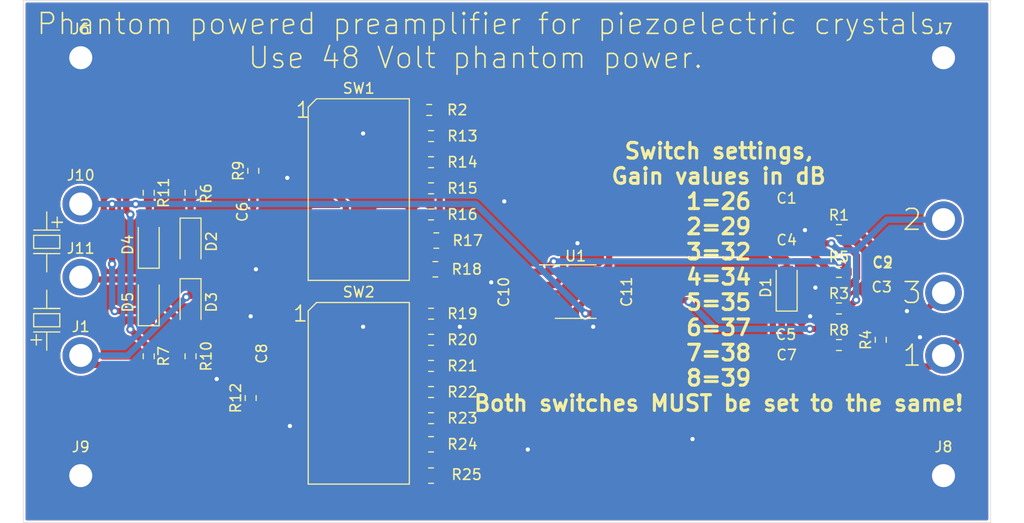
<source format=kicad_pcb>
(kicad_pcb (version 20171130) (host pcbnew 5.1.10)
  (layers (0 F.Cu signal) (31 B.Cu signal) (34 B.Paste user) (35 F.Paste user) (36 B.SilkS user) (37 F.SilkS user) (38 B.Mask user) (39 F.Mask user) (44 Edge.Cuts user))
  (net 0 "")
  (net 1 VCC)
  (net 2 V-)
  (net 3 "Net-(C4-Pad2)")
  (net 4 /2)
  (net 5 /3)
  (net 6 "Net-(C5-Pad2)")
  (net 7 "Net-(C6-Pad2)")
  (net 8 "Net-(C7-Pad1)")
  (net 9 "Net-(C8-Pad2)")
  (net 10 "Net-(D1-Pad1)")
  (net 11 "Net-(D2-Pad2)")
  (net 12 ind)
  (net 13 Earth)
  (net 14 Rout)
  (net 15 "Net-(R2-Pad2)")
  (net 16 Rout2)
  (net 17 Rin)
  (net 18 Rin2)
  (net 19 "Net-(R13-Pad2)")
  (net 20 "Net-(R14-Pad2)")
  (net 21 "Net-(R15-Pad2)")
  (net 22 "Net-(R16-Pad2)")
  (net 23 "Net-(R17-Pad2)")
  (net 24 "Net-(R18-Pad2)")
  (net 25 "Net-(R19-Pad2)")
  (net 26 "Net-(R20-Pad2)")
  (net 27 "Net-(R21-Pad2)")
  (net 28 "Net-(R22-Pad2)")
  (net 29 "Net-(R23-Pad2)")
  (net 30 "Net-(R24-Pad2)")
  (net 31 "Net-(R25-Pad2)")
  (module Capacitor_SMD:C_0201_0603Metric_Pad0.64x0.40mm_HandSolder (layer F.Cu) (at 108 52.5)
    (fp_text reference C1 (at 0 -1.05) (layer F.SilkS))
    (fp_text value 0.1uF)
    (pad 1 smd roundrect (at -0.4075 0) (size 0.635 0.4) (layers F.Cu F.Mask) (net 1 VCC))
    (pad 2 smd roundrect (at 0.4075 0) (size 0.635 0.4) (layers F.Cu F.Mask) (net 2 V-))
  )
  (module Capacitor_SMD:C_0201_0603Metric_Pad0.64x0.40mm_HandSolder (layer F.Cu) (at 117.185 58.695)
    (fp_text reference C2 (at 0 -1.05) (layer F.SilkS))
    (fp_text value 10uF)
    (pad 2 smd roundrect (at 0.4075 0) (size 0.635 0.4) (layers F.Cu F.Mask) (net 2 V-))
    (pad 1 smd roundrect (at -0.4075 0) (size 0.635 0.4) (layers F.Cu F.Mask) (net 1 VCC))
  )
  (module Capacitor_SMD:C_0201_0603Metric_Pad0.64x0.40mm_HandSolder (layer F.Cu) (at 117.092 61)
    (fp_text reference C3 (at 0 -1.05) (layer F.SilkS))
    (fp_text value 33uF)
    (pad 2 smd roundrect (at 0.4075 0) (size 0.635 0.4) (layers F.Cu F.Mask) (net 2 V-))
    (pad 1 smd roundrect (at -0.4075 0) (size 0.635 0.4) (layers F.Cu F.Mask) (net 1 VCC))
  )
  (module Capacitor_SMD:C_0201_0603Metric_Pad0.64x0.40mm_HandSolder (layer F.Cu) (at 108 56.5)
    (fp_text reference C4 (at 0 -1.05) (layer F.SilkS))
    (fp_text value 47uF)
    (pad 2 smd roundrect (at 0.4075 0) (size 0.635 0.4) (layers F.Cu F.Mask) (net 3 "Net-(C4-Pad2)"))
    (pad 1 smd roundrect (at -0.4075 0) (size 0.635 0.4) (layers F.Cu F.Mask) (net 4 /2))
  )
  (module Capacitor_SMD:C_0201_0603Metric_Pad0.64x0.40mm_HandSolder (layer F.Cu) (at 107.932 63.5)
    (fp_text reference C5 (at 0 1) (layer F.SilkS))
    (fp_text value 47uF)
    (pad 1 smd roundrect (at -0.4075 0) (size 0.635 0.4) (layers F.Cu F.Mask) (net 5 /3))
    (pad 2 smd roundrect (at 0.4075 0) (size 0.635 0.4) (layers F.Cu F.Mask) (net 6 "Net-(C5-Pad2)"))
  )
  (module Capacitor_SMD:C_0201_0603Metric_Pad0.64x0.40mm_HandSolder (layer F.Cu) (at 57 52.75 90)
    (fp_text reference C6 (at 0 -1.05 90) (layer F.SilkS))
    (fp_text value 47uF)
    (pad 1 smd roundrect (at -0.4075 0 90) (size 0.635 0.4) (layers F.Cu F.Mask) (net 2 V-))
    (pad 2 smd roundrect (at 0.4075 0 90) (size 0.635 0.4) (layers F.Cu F.Mask) (net 7 "Net-(C6-Pad2)"))
  )
  (module Capacitor_SMD:C_0201_0603Metric_Pad0.64x0.40mm_HandSolder (layer F.Cu) (at 108 67.5)
    (fp_text reference C7 (at 0 -1.05) (layer F.SilkS))
    (fp_text value 10uF)
    (pad 2 smd roundrect (at 0.4075 0) (size 0.635 0.4) (layers F.Cu F.Mask) (net 2 V-))
    (pad 1 smd roundrect (at -0.4075 0) (size 0.635 0.4) (layers F.Cu F.Mask) (net 8 "Net-(C7-Pad1)"))
  )
  (module Capacitor_SMD:C_0201_0603Metric_Pad0.64x0.40mm_HandSolder (layer F.Cu) (at 56.75 66.3175 270)
    (fp_text reference C8 (at 0 -1.05 90) (layer F.SilkS))
    (fp_text value 47uF)
    (pad 1 smd roundrect (at -0.4075 0 270) (size 0.635 0.4) (layers F.Cu F.Mask) (net 2 V-))
    (pad 2 smd roundrect (at 0.4075 0 270) (size 0.635 0.4) (layers F.Cu F.Mask) (net 9 "Net-(C8-Pad2)"))
  )
  (module Capacitor_SMD:C_0201_0603Metric_Pad0.64x0.40mm_HandSolder (layer F.Cu) (at 117.185 56.5 180)
    (fp_text reference C9 (at 0 -1.05) (layer F.SilkS))
    (fp_text value 47uF)
    (pad 1 smd roundrect (at -0.4075 0 180) (size 0.635 0.4) (layers F.Cu F.Mask) (net 2 V-))
    (pad 2 smd roundrect (at 0.4075 0 180) (size 0.635 0.4) (layers F.Cu F.Mask) (net 1 VCC))
  )
  (module Diode_SMD:D_SOD-123 (layer F.Cu) (at 108 60 90)
    (fp_text reference D1 (at 0 -2 90) (layer F.SilkS))
    (fp_text value MMSZ11T1G)
    (pad 1 smd rect (at -1.65 0 90) (size 0.9 1.2) (layers F.Cu F.Paste F.Mask) (net 10 "Net-(D1-Pad1)"))
    (pad 2 smd rect (at 1.65 0 90) (size 0.9 1.2) (layers F.Cu F.Paste F.Mask) (net 2 V-))
  )
  (module Diode_SMD:D_SOD-123 (layer F.Cu) (at 51 55.6 270)
    (fp_text reference D2 (at 0 -2 90) (layer F.SilkS))
    (fp_text value "1N4448WQ-7-F ")
    (pad 2 smd rect (at 1.65 0 270) (size 0.9 1.2) (layers F.Cu F.Paste F.Mask) (net 11 "Net-(D2-Pad2)"))
    (pad 1 smd rect (at -1.65 0 270) (size 0.9 1.2) (layers F.Cu F.Paste F.Mask) (net 1 VCC))
  )
  (module Diode_SMD:D_SOD-123 (layer F.Cu) (at 51 61.4 270)
    (fp_text reference D3 (at 0 -2 90) (layer F.SilkS))
    (fp_text value "1N4448WQ-7-F ")
    (pad 1 smd rect (at -1.65 0 270) (size 0.9 1.2) (layers F.Cu F.Paste F.Mask) (net 11 "Net-(D2-Pad2)"))
    (pad 2 smd rect (at 1.65 0 270) (size 0.9 1.2) (layers F.Cu F.Paste F.Mask) (net 2 V-))
  )
  (module Diode_SMD:D_SOD-123 (layer F.Cu) (at 47 55.9 90)
    (fp_text reference D4 (at 0 -2 90) (layer F.SilkS))
    (fp_text value "1N4448WQ-7-F ")
    (pad 2 smd rect (at 1.65 0 90) (size 0.9 1.2) (layers F.Cu F.Paste F.Mask) (net 12 ind))
    (pad 1 smd rect (at -1.65 0 90) (size 0.9 1.2) (layers F.Cu F.Paste F.Mask) (net 1 VCC))
  )
  (module Diode_SMD:D_SOD-123 (layer F.Cu) (at 47 61.4 90)
    (fp_text reference D5 (at 0 -2 90) (layer F.SilkS))
    (fp_text value "1N4448WQ-7-F ")
    (pad 1 smd rect (at -1.65 0 90) (size 0.9 1.2) (layers F.Cu F.Paste F.Mask) (net 12 ind))
    (pad 2 smd rect (at 1.65 0 90) (size 0.9 1.2) (layers F.Cu F.Paste F.Mask) (net 2 V-))
  )
  (module MountingHole:MountingHole_2.2mm_M2_ISO7380_Pad (layer F.Cu) (at 40.5 66.5)
    (fp_text reference J1 (at 0 -2.75) (layer F.SilkS))
    (fp_text value Conn_01x01_Female)
    (pad 1 thru_hole circle (at 0 0) (size 3.5 3.5) (drill 2.2) (layers *.Cu *.Mask) (net 11 "Net-(D2-Pad2)"))
  )
  (module MountingHole:MountingHole_2.2mm_M2_ISO7380_Pad (layer F.Cu) (at 123 53.5)
    (fp_text reference J2 hide)
    (fp_text value Conn_01x01_Female)
    (pad 1 thru_hole circle (at 0 0) (size 3.5 3.5) (drill 2.2) (layers *.Cu *.Mask) (net 4 /2))
  )
  (module MountingHole:MountingHole_2.2mm_M2_ISO7380_Pad (layer F.Cu) (at 123 60.5)
    (fp_text reference J3 hide)
    (fp_text value Conn_01x01_Female)
    (pad 1 thru_hole circle (at 0 0) (size 3.5 3.5) (drill 2.2) (layers *.Cu *.Mask) (net 5 /3))
  )
  (module MountingHole:MountingHole_2.2mm_M2_ISO7380_Pad (layer F.Cu) (at 123 66.5)
    (fp_text reference J4 hide)
    (fp_text value Conn_01x01_Female)
    (pad 1 thru_hole circle (at 0 0) (size 3.5 3.5) (drill 2.2) (layers *.Cu *.Mask) (net 2 V-))
  )
  (module MountingHole:MountingHole_2.2mm_M2_ISO7380_Pad (layer F.Cu) (at 40.5 38)
    (fp_text reference J6 (at 0 -2.75) (layer F.SilkS))
    (fp_text value Conn_01x01_Female)
    (pad 1 thru_hole circle (at 0 0) (size 3.5 3.5) (drill 2.2) (layers *.Cu *.Mask) (net 13 Earth))
  )
  (module MountingHole:MountingHole_2.2mm_M2_ISO7380_Pad (layer F.Cu) (at 123 38)
    (fp_text reference J7 (at 0 -2.75) (layer F.SilkS))
    (fp_text value Conn_01x01_Female)
    (pad 1 thru_hole circle (at 0 0) (size 3.5 3.5) (drill 2.2) (layers *.Cu *.Mask) (net 13 Earth))
  )
  (module MountingHole:MountingHole_2.2mm_M2_ISO7380_Pad (layer F.Cu) (at 123 78)
    (fp_text reference J8 (at 0 -2.75) (layer F.SilkS))
    (fp_text value Conn_01x01_Female)
    (pad 1 thru_hole circle (at 0 0) (size 3.5 3.5) (drill 2.2) (layers *.Cu *.Mask) (net 13 Earth))
  )
  (module MountingHole:MountingHole_2.2mm_M2_ISO7380_Pad (layer F.Cu) (at 40.5 78)
    (fp_text reference J9 (at 0 -2.75) (layer F.SilkS))
    (fp_text value Conn_01x01_Female)
    (pad 1 thru_hole circle (at 0 0) (size 3.5 3.5) (drill 2.2) (layers *.Cu *.Mask) (net 13 Earth))
  )
  (module MountingHole:MountingHole_2.2mm_M2_ISO7380_Pad (layer F.Cu) (at 40.5 52)
    (fp_text reference J10 (at 0 -2.75) (layer F.SilkS))
    (fp_text value Conn_01x01_Female)
    (pad 1 thru_hole circle (at 0 0) (size 3.5 3.5) (drill 2.2) (layers *.Cu *.Mask) (net 12 ind))
  )
  (module MountingHole:MountingHole_2.2mm_M2_ISO7380_Pad (layer F.Cu) (at 40.5 59)
    (fp_text reference J11 (at 0 -2.75) (layer F.SilkS))
    (fp_text value Conn_01x01_Female)
    (pad 1 thru_hole circle (at 0 0) (size 3.5 3.5) (drill 2.2) (layers *.Cu *.Mask) (net 2 V-))
  )
  (module Resistor_SMD:R_0603_1608Metric (layer F.Cu) (at 113 54.5)
    (fp_text reference R1 (at 0 -1.43) (layer F.SilkS))
    (fp_text value 100)
    (pad 1 smd roundrect (at -0.825 0) (size 0.8 0.95) (layers F.Cu F.Paste F.Mask) (net 10 "Net-(D1-Pad1)"))
    (pad 2 smd roundrect (at 0.825 0) (size 0.8 0.95) (layers F.Cu F.Paste F.Mask) (net 1 VCC))
  )
  (module Resistor_SMD:R_0603_1608Metric (layer F.Cu) (at 73.825 43 180)
    (fp_text reference R2 (at -2.675 0) (layer F.SilkS))
    (fp_text value 1K)
    (pad 1 smd roundrect (at -0.825 0 180) (size 0.8 0.95) (layers F.Cu F.Paste F.Mask) (net 14 Rout))
    (pad 2 smd roundrect (at 0.825 0 180) (size 0.8 0.95) (layers F.Cu F.Paste F.Mask) (net 15 "Net-(R2-Pad2)"))
  )
  (module Resistor_SMD:R_0603_1608Metric (layer F.Cu) (at 113 62)
    (fp_text reference R3 (at 0 -1.43) (layer F.SilkS))
    (fp_text value 4.7K)
    (pad 1 smd roundrect (at -0.825 0) (size 0.8 0.95) (layers F.Cu F.Paste F.Mask) (net 10 "Net-(D1-Pad1)"))
    (pad 2 smd roundrect (at 0.825 0) (size 0.8 0.95) (layers F.Cu F.Paste F.Mask) (net 4 /2))
  )
  (module Resistor_SMD:R_0603_1608Metric (layer F.Cu) (at 117 65 90)
    (fp_text reference R4 (at 0 -1.43 90) (layer F.SilkS))
    (fp_text value 4.7K)
    (pad 2 smd roundrect (at 0.825 0 90) (size 0.8 0.95) (layers F.Cu F.Paste F.Mask) (net 5 /3))
    (pad 1 smd roundrect (at -0.825 0 90) (size 0.8 0.95) (layers F.Cu F.Paste F.Mask) (net 10 "Net-(D1-Pad1)"))
  )
  (module Resistor_SMD:R_0603_1608Metric (layer F.Cu) (at 113 58.5)
    (fp_text reference R5 (at 0 -1.43) (layer F.SilkS))
    (fp_text value 470)
    (pad 2 smd roundrect (at 0.825 0) (size 0.8 0.95) (layers F.Cu F.Paste F.Mask) (net 14 Rout))
    (pad 1 smd roundrect (at -0.825 0) (size 0.8 0.95) (layers F.Cu F.Paste F.Mask) (net 3 "Net-(C4-Pad2)"))
  )
  (module Resistor_SMD:R_0603_1608Metric (layer F.Cu) (at 51 50.925 90)
    (fp_text reference R6 (at -0.075 1.5 90) (layer F.SilkS))
    (fp_text value 56K)
    (pad 2 smd roundrect (at 0.825 0 90) (size 0.8 0.95) (layers F.Cu F.Paste F.Mask) (net 8 "Net-(C7-Pad1)"))
    (pad 1 smd roundrect (at -0.825 0 90) (size 0.8 0.95) (layers F.Cu F.Paste F.Mask) (net 1 VCC))
  )
  (module Resistor_SMD:R_0603_1608Metric (layer F.Cu) (at 113 65.5)
    (fp_text reference R8 (at 0 -1.43) (layer F.SilkS))
    (fp_text value 470)
    (pad 2 smd roundrect (at 0.825 0) (size 0.8 0.95) (layers F.Cu F.Paste F.Mask) (net 16 Rout2))
    (pad 1 smd roundrect (at -0.825 0) (size 0.8 0.95) (layers F.Cu F.Paste F.Mask) (net 6 "Net-(C5-Pad2)"))
  )
  (module Resistor_SMD:R_0603_1608Metric (layer F.Cu) (at 57 48.825 90)
    (fp_text reference R9 (at 0 -1.43 90) (layer F.SilkS))
    (fp_text value 100)
    (pad 2 smd roundrect (at 0.825 0 90) (size 0.8 0.95) (layers F.Cu F.Paste F.Mask) (net 17 Rin))
    (pad 1 smd roundrect (at -0.825 0 90) (size 0.8 0.95) (layers F.Cu F.Paste F.Mask) (net 7 "Net-(C6-Pad2)"))
  )
  (module Resistor_SMD:R_0603_1608Metric (layer F.Cu) (at 51 66.575 90)
    (fp_text reference R10 (at 0 1.5 90) (layer F.SilkS))
    (fp_text value 56K)
    (pad 1 smd roundrect (at -0.825 0 90) (size 0.8 0.95) (layers F.Cu F.Paste F.Mask) (net 8 "Net-(C7-Pad1)"))
    (pad 2 smd roundrect (at 0.825 0 90) (size 0.8 0.95) (layers F.Cu F.Paste F.Mask) (net 2 V-))
  )
  (module Resistor_SMD:R_0603_1608Metric (layer F.Cu) (at 47 50.925 270)
    (fp_text reference R11 (at 0 -1.43 90) (layer F.SilkS))
    (fp_text value 1M)
    (pad 1 smd roundrect (at -0.825 0 270) (size 0.8 0.95) (layers F.Cu F.Paste F.Mask) (net 8 "Net-(C7-Pad1)"))
    (pad 2 smd roundrect (at 0.825 0 270) (size 0.8 0.95) (layers F.Cu F.Paste F.Mask) (net 12 ind))
  )
  (module Resistor_SMD:R_0603_1608Metric (layer F.Cu) (at 56.75 70.575 90)
    (fp_text reference R12 (at 0 -1.43 90) (layer F.SilkS))
    (fp_text value 100)
    (pad 1 smd roundrect (at -0.825 0 90) (size 0.8 0.95) (layers F.Cu F.Paste F.Mask) (net 9 "Net-(C8-Pad2)"))
    (pad 2 smd roundrect (at 0.825 0 90) (size 0.8 0.95) (layers F.Cu F.Paste F.Mask) (net 18 Rin2))
  )
  (module Resistor_SMD:R_0603_1608Metric (layer F.Cu) (at 74 45.5 180)
    (fp_text reference R13 (at -3 0) (layer F.SilkS))
    (fp_text value 2K)
    (pad 2 smd roundrect (at 0.825 0 180) (size 0.8 0.95) (layers F.Cu F.Paste F.Mask) (net 19 "Net-(R13-Pad2)"))
    (pad 1 smd roundrect (at -0.825 0 180) (size 0.8 0.95) (layers F.Cu F.Paste F.Mask) (net 14 Rout))
  )
  (module Resistor_SMD:R_0603_1608Metric (layer F.Cu) (at 74 48 180)
    (fp_text reference R14 (at -3 0) (layer F.SilkS))
    (fp_text value 3K)
    (pad 1 smd roundrect (at -0.825 0 180) (size 0.8 0.95) (layers F.Cu F.Paste F.Mask) (net 14 Rout))
    (pad 2 smd roundrect (at 0.825 0 180) (size 0.8 0.95) (layers F.Cu F.Paste F.Mask) (net 20 "Net-(R14-Pad2)"))
  )
  (module Resistor_SMD:R_0603_1608Metric (layer F.Cu) (at 74 50.5 180)
    (fp_text reference R15 (at -3 0) (layer F.SilkS))
    (fp_text value 4K)
    (pad 2 smd roundrect (at 0.825 0 180) (size 0.8 0.95) (layers F.Cu F.Paste F.Mask) (net 21 "Net-(R15-Pad2)"))
    (pad 1 smd roundrect (at -0.825 0 180) (size 0.8 0.95) (layers F.Cu F.Paste F.Mask) (net 14 Rout))
  )
  (module Resistor_SMD:R_0603_1608Metric (layer F.Cu) (at 74 53 180)
    (fp_text reference R16 (at -3 0) (layer F.SilkS))
    (fp_text value 5K)
    (pad 2 smd roundrect (at 0.825 0 180) (size 0.8 0.95) (layers F.Cu F.Paste F.Mask) (net 22 "Net-(R16-Pad2)"))
    (pad 1 smd roundrect (at -0.825 0 180) (size 0.8 0.95) (layers F.Cu F.Paste F.Mask) (net 14 Rout))
  )
  (module Resistor_SMD:R_0805_2012Metric (layer F.Cu) (at 74.5 55.5 180)
    (fp_text reference R17 (at -3 0) (layer F.SilkS))
    (fp_text value 6K)
    (pad 1 smd roundrect (at -0.9125 0 180) (size 1.025 1.4) (layers F.Cu F.Paste F.Mask) (roundrect_rratio 0.2439004878048781) (net 14 Rout))
    (pad 2 smd roundrect (at 0.9125 0 180) (size 1.025 1.4) (layers F.Cu F.Paste F.Mask) (roundrect_rratio 0.2439004878048781) (net 23 "Net-(R17-Pad2)"))
  )
  (module Resistor_SMD:R_0805_2012Metric (layer F.Cu) (at 74.4125 58.25 180)
    (fp_text reference R18 (at -3 0) (layer F.SilkS))
    (fp_text value 7K)
    (pad 2 smd roundrect (at 0.9125 0 180) (size 1.025 1.4) (layers F.Cu F.Paste F.Mask) (roundrect_rratio 0.2439004878048781) (net 24 "Net-(R18-Pad2)"))
    (pad 1 smd roundrect (at -0.9125 0 180) (size 1.025 1.4) (layers F.Cu F.Paste F.Mask) (roundrect_rratio 0.2439004878048781) (net 14 Rout))
  )
  (module Resistor_SMD:R_0603_1608Metric (layer F.Cu) (at 74 62.5 180)
    (fp_text reference R19 (at -3 0) (layer F.SilkS))
    (fp_text value 1K)
    (pad 1 smd roundrect (at -0.825 0 180) (size 0.8 0.95) (layers F.Cu F.Paste F.Mask) (net 16 Rout2))
    (pad 2 smd roundrect (at 0.825 0 180) (size 0.8 0.95) (layers F.Cu F.Paste F.Mask) (net 25 "Net-(R19-Pad2)"))
  )
  (module Resistor_SMD:R_0603_1608Metric (layer F.Cu) (at 74 65 180)
    (fp_text reference R20 (at -3 0) (layer F.SilkS))
    (fp_text value 2K)
    (pad 1 smd roundrect (at -0.825 0 180) (size 0.8 0.95) (layers F.Cu F.Paste F.Mask) (net 16 Rout2))
    (pad 2 smd roundrect (at 0.825 0 180) (size 0.8 0.95) (layers F.Cu F.Paste F.Mask) (net 26 "Net-(R20-Pad2)"))
  )
  (module Resistor_SMD:R_0603_1608Metric (layer F.Cu) (at 74 67.5 180)
    (fp_text reference R21 (at -3 0) (layer F.SilkS))
    (fp_text value 3K)
    (pad 2 smd roundrect (at 0.825 0 180) (size 0.8 0.95) (layers F.Cu F.Paste F.Mask) (net 27 "Net-(R21-Pad2)"))
    (pad 1 smd roundrect (at -0.825 0 180) (size 0.8 0.95) (layers F.Cu F.Paste F.Mask) (net 16 Rout2))
  )
  (module Resistor_SMD:R_0603_1608Metric (layer F.Cu) (at 74 70 180)
    (fp_text reference R22 (at -3 0) (layer F.SilkS))
    (fp_text value 4K)
    (pad 1 smd roundrect (at -0.825 0 180) (size 0.8 0.95) (layers F.Cu F.Paste F.Mask) (net 16 Rout2))
    (pad 2 smd roundrect (at 0.825 0 180) (size 0.8 0.95) (layers F.Cu F.Paste F.Mask) (net 28 "Net-(R22-Pad2)"))
  )
  (module Resistor_SMD:R_0603_1608Metric (layer F.Cu) (at 74 72.5 180)
    (fp_text reference R23 (at -3 0) (layer F.SilkS))
    (fp_text value 5K)
    (pad 2 smd roundrect (at 0.825 0 180) (size 0.8 0.95) (layers F.Cu F.Paste F.Mask) (net 29 "Net-(R23-Pad2)"))
    (pad 1 smd roundrect (at -0.825 0 180) (size 0.8 0.95) (layers F.Cu F.Paste F.Mask) (net 16 Rout2))
  )
  (module Resistor_SMD:R_0805_2012Metric (layer F.Cu) (at 74 75 180)
    (fp_text reference R24 (at -3 0) (layer F.SilkS))
    (fp_text value 6K)
    (pad 2 smd roundrect (at 0.9125 0 180) (size 1.025 1.4) (layers F.Cu F.Paste F.Mask) (roundrect_rratio 0.2439004878048781) (net 30 "Net-(R24-Pad2)"))
    (pad 1 smd roundrect (at -0.9125 0 180) (size 1.025 1.4) (layers F.Cu F.Paste F.Mask) (roundrect_rratio 0.2439004878048781) (net 16 Rout2))
  )
  (module Resistor_SMD:R_0805_2012Metric (layer F.Cu) (at 74 78 180)
    (fp_text reference R25 (at -3.4 0.1) (layer F.SilkS))
    (fp_text value 7K)
    (pad 1 smd roundrect (at -0.9125 0 180) (size 1.025 1.4) (layers F.Cu F.Paste F.Mask) (roundrect_rratio 0.2439004878048781) (net 16 Rout2))
    (pad 2 smd roundrect (at 0.9125 0 180) (size 1.025 1.4) (layers F.Cu F.Paste F.Mask) (roundrect_rratio 0.2439004878048781) (net 31 "Net-(R25-Pad2)"))
  )
  (module Teensy:SD07H1SB (layer F.Cu) (at 67.085 50.62 270)
    (fp_text reference SW1 (at -9.69 0) (layer F.SilkS))
    (fp_text value "SD06H0SB ")
    (pad 14 smd rect (at -7.62 -3.085 270) (size 1.14 2.5) (layers F.Cu F.Paste F.Mask) (net 15 "Net-(R2-Pad2)"))
    (pad 1 smd rect (at -7.62 3.085 270) (size 1.14 2.5) (layers F.Cu F.Paste F.Mask) (net 17 Rin))
    (pad 13 smd rect (at -5.08 -3.085 270) (size 1.14 2.5) (layers F.Cu F.Paste F.Mask) (net 19 "Net-(R13-Pad2)"))
    (pad 2 smd rect (at -5.08 3.085 270) (size 1.14 2.5) (layers F.Cu F.Paste F.Mask) (net 17 Rin))
    (pad 12 smd rect (at -2.54 -3.085 270) (size 1.14 2.5) (layers F.Cu F.Paste F.Mask) (net 20 "Net-(R14-Pad2)"))
    (pad 3 smd rect (at -2.54 3.085 270) (size 1.14 2.5) (layers F.Cu F.Paste F.Mask) (net 17 Rin))
    (pad 11 smd rect (at 0 -3.085 270) (size 1.14 2.5) (layers F.Cu F.Paste F.Mask) (net 21 "Net-(R15-Pad2)"))
    (pad 4 smd rect (at 0 3.085 270) (size 1.14 2.5) (layers F.Cu F.Paste F.Mask) (net 17 Rin))
    (pad 10 smd rect (at 2.54 -3.085 270) (size 1.14 2.5) (layers F.Cu F.Paste F.Mask) (net 22 "Net-(R16-Pad2)"))
    (pad 5 smd rect (at 2.54 3.085 270) (size 1.14 2.5) (layers F.Cu F.Paste F.Mask) (net 17 Rin))
    (pad 9 smd rect (at 5.08 -3.085 270) (size 1.14 2.5) (layers F.Cu F.Paste F.Mask) (net 23 "Net-(R17-Pad2)"))
    (pad 6 smd rect (at 5.08 3.085 270) (size 1.14 2.5) (layers F.Cu F.Paste F.Mask) (net 17 Rin))
    (pad 8 smd rect (at 7.62 -3.085 270) (size 1.14 2.5) (layers F.Cu F.Paste F.Mask) (net 24 "Net-(R18-Pad2)"))
    (pad 7 smd rect (at 7.62 3.085 270) (size 1.14 2.5) (layers F.Cu F.Paste F.Mask) (net 17 Rin))
  )
  (module Teensy:SD07H1SB (layer F.Cu) (at 67.085 70.12 270)
    (fp_text reference SW2 (at -9.69 0) (layer F.SilkS))
    (fp_text value "SD06H0SB ")
    (pad 7 smd rect (at 7.62 3.085 270) (size 1.14 2.5) (layers F.Cu F.Paste F.Mask) (net 18 Rin2))
    (pad 8 smd rect (at 7.62 -3.085 270) (size 1.14 2.5) (layers F.Cu F.Paste F.Mask) (net 31 "Net-(R25-Pad2)"))
    (pad 6 smd rect (at 5.08 3.085 270) (size 1.14 2.5) (layers F.Cu F.Paste F.Mask) (net 18 Rin2))
    (pad 9 smd rect (at 5.08 -3.085 270) (size 1.14 2.5) (layers F.Cu F.Paste F.Mask) (net 30 "Net-(R24-Pad2)"))
    (pad 5 smd rect (at 2.54 3.085 270) (size 1.14 2.5) (layers F.Cu F.Paste F.Mask) (net 18 Rin2))
    (pad 10 smd rect (at 2.54 -3.085 270) (size 1.14 2.5) (layers F.Cu F.Paste F.Mask) (net 29 "Net-(R23-Pad2)"))
    (pad 4 smd rect (at 0 3.085 270) (size 1.14 2.5) (layers F.Cu F.Paste F.Mask) (net 18 Rin2))
    (pad 11 smd rect (at 0 -3.085 270) (size 1.14 2.5) (layers F.Cu F.Paste F.Mask) (net 28 "Net-(R22-Pad2)"))
    (pad 3 smd rect (at -2.54 3.085 270) (size 1.14 2.5) (layers F.Cu F.Paste F.Mask) (net 18 Rin2))
    (pad 12 smd rect (at -2.54 -3.085 270) (size 1.14 2.5) (layers F.Cu F.Paste F.Mask) (net 27 "Net-(R21-Pad2)"))
    (pad 2 smd rect (at -5.08 3.085 270) (size 1.14 2.5) (layers F.Cu F.Paste F.Mask) (net 18 Rin2))
    (pad 13 smd rect (at -5.08 -3.085 270) (size 1.14 2.5) (layers F.Cu F.Paste F.Mask) (net 26 "Net-(R20-Pad2)"))
    (pad 1 smd rect (at -7.62 3.085 270) (size 1.14 2.5) (layers F.Cu F.Paste F.Mask) (net 18 Rin2))
    (pad 14 smd rect (at -7.62 -3.085 270) (size 1.14 2.5) (layers F.Cu F.Paste F.Mask) (net 25 "Net-(R19-Pad2)"))
  )
  (module Resistor_SMD:R_0603_1608Metric (layer F.Cu) (at 47 66.575 270)
    (fp_text reference R7 (at 0 -1.43 90) (layer F.SilkS))
    (fp_text value 1M)
    (pad 1 smd roundrect (at -0.825 0 270) (size 0.8 0.95) (layers F.Cu F.Paste F.Mask) (net 8 "Net-(C7-Pad1)"))
    (pad 2 smd roundrect (at 0.825 0 270) (size 0.8 0.95) (layers F.Cu F.Paste F.Mask) (net 11 "Net-(D2-Pad2)"))
  )
  (module Capacitor_SMD:C_0201_0603Metric_Pad0.64x0.40mm_HandSolder (layer F.Cu) (at 82 60.4325 90)
    (fp_text reference C10 (at 0 -1.05 90) (layer F.SilkS))
    (fp_text value 47pF)
    (pad 1 smd roundrect (at -0.4075 0 90) (size 0.635 0.4) (layers F.Cu F.Mask) (net 17 Rin))
    (pad 2 smd roundrect (at 0.4075 0 90) (size 0.635 0.4) (layers F.Cu F.Mask) (net 14 Rout))
  )
  (module Capacitor_SMD:C_0201_0603Metric_Pad0.64x0.40mm_HandSolder (layer F.Cu) (at 93.75 60.4075 90)
    (fp_text reference C11 (at 0 -1.05 90) (layer F.SilkS))
    (fp_text value 47pF)
    (pad 2 smd roundrect (at 0.4075 0 90) (size 0.635 0.4) (layers F.Cu F.Mask) (net 16 Rout2))
    (pad 1 smd roundrect (at -0.4075 0 90) (size 0.635 0.4) (layers F.Cu F.Mask) (net 18 Rin2))
  )
  (module Package_SO:SO-8_3.9x4.9mm_P1.27mm (layer F.Cu) (at 87.825 60.385)
    (fp_text reference U1 (at 0 -3.4) (layer F.SilkS))
    (fp_text value LT6234CS8#PBF)
    (pad 1 smd roundrect (at -2.575 -1.905) (size 1.75 0.6) (layers F.Cu F.Paste F.Mask) (net 14 Rout))
    (pad 2 smd roundrect (at -2.575 -0.635) (size 1.75 0.6) (layers F.Cu F.Paste F.Mask) (net 17 Rin))
    (pad 3 smd roundrect (at -2.575 0.635) (size 1.75 0.6) (layers F.Cu F.Paste F.Mask) (net 11 "Net-(D2-Pad2)"))
    (pad 4 smd roundrect (at -2.575 1.905) (size 1.75 0.6) (layers F.Cu F.Paste F.Mask) (net 2 V-))
    (pad 5 smd roundrect (at 2.575 1.905) (size 1.75 0.6) (layers F.Cu F.Paste F.Mask) (net 12 ind))
    (pad 6 smd roundrect (at 2.575 0.635) (size 1.75 0.6) (layers F.Cu F.Paste F.Mask) (net 18 Rin2))
    (pad 7 smd roundrect (at 2.575 -0.635) (size 1.75 0.6) (layers F.Cu F.Paste F.Mask) (net 16 Rout2))
    (pad 8 smd roundrect (at 2.575 -1.905) (size 1.75 0.6) (layers F.Cu F.Paste F.Mask) (net 1 VCC))
  )
  (gr_text 1 (at 61.5 62.5) (layer F.SilkS) (effects (font (size 1.5 1.5))))
  (gr_text 1 (at 61.75 43) (layer F.SilkS) (effects (font (size 1.5 1.5))))
  (gr_text "Use 48 Volt phantom power." (at 78.25 38) (layer F.SilkS) (effects (font (size 2 2))))
  (gr_text "Phantom powered preamplifier for piezoelectric crystals." (at 79.75 34.75) (layer F.SilkS) (effects (font (size 2 2))))
  (gr_line (start 38.5 63.75) (end 36 63.75) (layer F.SilkS) (width 0.12))
  (gr_line (start 36 62) (end 38.5 62) (layer F.SilkS) (width 0.12))
  (gr_line (start 38.5 62) (end 37.5 62) (layer F.SilkS) (width 0.12))
  (gr_line (start 36.75 65) (end 36.25 65) (layer F.SilkS) (width 0.12))
  (gr_line (start 36 62.5) (end 38.5 62.5) (layer F.SilkS) (width 0.12))
  (gr_line (start 36.25 64.5) (end 36.25 65.5) (layer F.SilkS) (width 0.12))
  (gr_line (start 38.5 62.5) (end 38.5 63.75) (layer F.SilkS) (width 0.12))
  (gr_line (start 36 62.5) (end 36 63.75) (layer F.SilkS) (width 0.12))
  (gr_line (start 36 64.25) (end 38.5 64.25) (layer F.SilkS) (width 0.12))
  (gr_line (start 37.25 62) (end 37.25 60.25) (layer F.SilkS) (width 0.12))
  (gr_line (start 37.25 64.25) (end 37.25 66) (layer F.SilkS) (width 0.12))
  (gr_line (start 36.25 65) (end 35.75 65) (layer F.SilkS) (width 0.12))
  (gr_line (start 35.75 65) (end 36.75 65) (layer F.SilkS) (width 0.12))
  (gr_line (start 35.75 65) (end 36.25 65) (layer F.SilkS) (width 0.12))
  (gr_line (start 35.75 65) (end 35.75 65) (layer F.SilkS) (width 0.12))
  (gr_line (start 38.25 54.25) (end 38.25 53.25) (layer F.SilkS) (width 0.12))
  (gr_line (start 38.75 53.75) (end 38.25 53.75) (layer F.SilkS) (width 0.12))
  (gr_line (start 38.75 53.75) (end 38.75 53.75) (layer F.SilkS) (width 0.12))
  (gr_line (start 38.25 53.75) (end 38.75 53.75) (layer F.SilkS) (width 0.12))
  (gr_line (start 37.75 53.75) (end 38.25 53.75) (layer F.SilkS) (width 0.12))
  (gr_line (start 38.75 53.75) (end 37.75 53.75) (layer F.SilkS) (width 0.12))
  (gr_line (start 37.25 54.5) (end 37.25 52.75) (layer F.SilkS) (width 0.12))
  (gr_line (start 38.5 54.5) (end 36 54.5) (layer F.SilkS) (width 0.12))
  (gr_line (start 38.5 56.25) (end 38.5 55) (layer F.SilkS) (width 0.12))
  (gr_line (start 36 55) (end 38.5 55) (layer F.SilkS) (width 0.12))
  (gr_line (start 36 56.25) (end 36 55) (layer F.SilkS) (width 0.12))
  (gr_line (start 38.5 56.25) (end 36 56.25) (layer F.SilkS) (width 0.12))
  (gr_line (start 37.25 56.75) (end 37.25 58.5) (layer F.SilkS) (width 0.12))
  (gr_line (start 36 56.75) (end 37 56.75) (layer F.SilkS) (width 0.12))
  (gr_line (start 38.5 56.75) (end 36 56.75) (layer F.SilkS) (width 0.12))
  (gr_text 2 (at 120 53.5) (layer F.SilkS) (effects (font (size 2 2))))
  (gr_text 3 (at 120 60.5) (layer F.SilkS) (effects (font (size 2 2))))
  (gr_text 1 (at 120 66.5) (layer F.SilkS) (effects (font (size 2 2))))
  (gr_line (start 35 82.5) (end 35 32.5) (layer Edge.Cuts) (width 0.05))
  (gr_line (start 127.5 82.5) (end 35 82.5) (layer Edge.Cuts) (width 0.05))
  (gr_line (start 127.5 32.5) (end 127.5 82.5) (layer Edge.Cuts) (width 0.05))
  (gr_line (start 35 32.5) (end 127.5 32.5) (layer Edge.Cuts) (width 0.05))
  (gr_text "Switch settings,\nGain values in dB\n1=26\n2=29\n3=32\n4=34\n5=35\n6=37\n7=38\n8=39\nBoth switches MUST be set to the same!\n" (at 101.5 59) (layer F.SilkS) (effects (font (size 1.5 1.5) (thickness 0.3))))
  (segment (start 116.6812 60.9967) (end 116.6845 61) (width 0.4006) (layer F.Cu) (net 1))
  (segment (start 116.7706 58.695) (end 116.6812 58.7844) (width 0.6) (layer F.Cu) (net 1))
  (segment (start 116.6812 58.7844) (end 116.6812 60.9967) (width 0.6) (layer F.Cu) (net 1))
  (segment (start 116.7741 58.695) (end 116.7706 58.695) (width 0.6) (layer F.Cu) (net 1))
  (segment (start 116.7741 58.695) (end 116.7775 58.695) (width 0.4006) (layer F.Cu) (net 1))
  (segment (start 116.7706 56.5069) (end 116.7775 56.5) (width 0.4006) (layer F.Cu) (net 1))
  (segment (start 116.7706 58.695) (end 116.7706 56.5069) (width 0.6) (layer F.Cu) (net 1))
  (segment (start 116.6016 56.3241) (end 116.7775 56.5) (width 0.4006) (layer F.Cu) (net 1))
  (segment (start 47 57.55) (end 47 56.5) (width 0.6) (layer F.Cu) (net 1))
  (segment (start 51 53.95) (end 49.8 53.95) (width 0.6) (layer F.Cu) (net 1))
  (segment (start 49.8 53.95) (end 47.25 56.5) (width 0.6) (layer F.Cu) (net 1))
  (segment (start 47.25 56.5) (end 47 56.5) (width 0.6) (layer F.Cu) (net 1))
  (segment (start 51 51.75) (end 51 53.95) (width 0.6) (layer F.Cu) (net 1))
  (segment (start 91.0348 56.7133) (end 75.4165 41.095) (width 0.6) (layer F.Cu) (net 1))
  (segment (start 75.4165 41.095) (end 68.4155 41.095) (width 0.6) (layer F.Cu) (net 1))
  (segment (start 68.4155 41.095) (end 67.6153 41.8952) (width 0.6) (layer F.Cu) (net 1))
  (segment (start 67.6153 41.8952) (end 67.6153 41.8953) (width 0.6) (layer F.Cu) (net 1))
  (segment (start 67.6153 41.8953) (end 60.8547 41.8953) (width 0.6) (layer F.Cu) (net 1))
  (segment (start 60.8547 41.8953) (end 51 51.75) (width 0.6) (layer F.Cu) (net 1))
  (segment (start 90.4 58.48) (end 91.0348 57.8452) (width 0.6) (layer F.Cu) (net 1))
  (segment (start 91.0348 57.8452) (end 91.0348 56.7133) (width 0.6) (layer F.Cu) (net 1))
  (segment (start 91.0348 56.7133) (end 103.3792 56.7133) (width 0.6) (layer F.Cu) (net 1))
  (segment (start 103.3792 56.7133) (end 107.4166 52.6759) (width 0.6) (layer F.Cu) (net 1))
  (segment (start 113.825 54.5) (end 111.0241 51.6991) (width 0.6) (layer F.Cu) (net 1))
  (segment (start 111.0241 51.6991) (end 108.0114 51.6991) (width 0.6) (layer F.Cu) (net 1))
  (segment (start 108.0114 51.6991) (end 107.5892 52.1213) (width 0.6) (layer F.Cu) (net 1))
  (segment (start 107.5892 52.1213) (end 107.5892 52.4967) (width 0.6) (layer F.Cu) (net 1))
  (segment (start 113.825 54.5) (end 114.7775 54.5) (width 0.6) (layer F.Cu) (net 1))
  (segment (start 114.7775 54.5) (end 116.6016 56.3241) (width 0.6) (layer F.Cu) (net 1))
  (segment (start 107.5892 52.4967) (end 107.5925 52.5) (width 0.4006) (layer F.Cu) (net 1))
  (segment (start 107.4166 52.6759) (end 107.5925 52.5) (width 0.4006) (layer F.Cu) (net 1))
  (segment (start 57 53.1609) (end 57 53.1575) (width 0.4006) (layer F.Cu) (net 2))
  (segment (start 57 53.8141) (end 57 53.1609) (width 0.6) (layer F.Cu) (net 2))
  (segment (start 57 53.8141) (end 62.932 59.7461) (width 0.6) (layer F.Cu) (net 2))
  (segment (start 62.932 59.7461) (end 78.5477 59.7461) (width 0.6) (layer F.Cu) (net 2))
  (segment (start 78.5477 59.7461) (end 81.0916 62.29) (width 0.6) (layer F.Cu) (net 2))
  (segment (start 81.0916 62.29) (end 85.25 62.29) (width 0.6) (layer F.Cu) (net 2))
  (segment (start 47 59.225) (end 47.0843 59.225) (width 0.6) (layer F.Cu) (net 2))
  (segment (start 47.0843 59.225) (end 50.0097 56.2996) (width 0.6) (layer F.Cu) (net 2))
  (segment (start 50.0097 56.2996) (end 54.5145 56.2996) (width 0.6) (layer F.Cu) (net 2))
  (segment (start 54.5145 56.2996) (end 57 53.8141) (width 0.6) (layer F.Cu) (net 2))
  (segment (start 56.7467 65.9067) (end 56.75 65.91) (width 0.4006) (layer F.Cu) (net 2))
  (segment (start 54.9421 65.9069) (end 54.9423 65.9067) (width 0.6) (layer F.Cu) (net 2))
  (segment (start 54.9423 65.9067) (end 56.7467 65.9067) (width 0.6) (layer F.Cu) (net 2))
  (segment (start 54.9421 65.9069) (end 54.7852 65.75) (width 0.6) (layer F.Cu) (net 2))
  (segment (start 54.7852 65.75) (end 51 65.75) (width 0.6) (layer F.Cu) (net 2))
  (segment (start 106.6783 65.3821) (end 92.8411 79.2193) (width 0.6) (layer F.Cu) (net 2))
  (segment (start 92.8411 79.2193) (end 62.9058 79.2193) (width 0.6) (layer F.Cu) (net 2))
  (segment (start 62.9058 79.2193) (end 54.9421 71.2556) (width 0.6) (layer F.Cu) (net 2))
  (segment (start 54.9421 71.2556) (end 54.9421 65.9069) (width 0.6) (layer F.Cu) (net 2))
  (segment (start 118.0734 58.2207) (end 117.5958 58.6983) (width 0.6) (layer F.Cu) (net 2))
  (segment (start 123 66.5) (end 125.2699 64.2301) (width 0.6) (layer F.Cu) (net 2))
  (segment (start 125.2699 64.2301) (end 125.2699 59.5683) (width 0.6) (layer F.Cu) (net 2))
  (segment (start 125.2699 59.5683) (end 123.9223 58.2207) (width 0.6) (layer F.Cu) (net 2))
  (segment (start 123.9223 58.2207) (end 118.0734 58.2207) (width 0.6) (layer F.Cu) (net 2))
  (segment (start 118.0734 58.2207) (end 118.0734 56.9809) (width 0.6) (layer F.Cu) (net 2))
  (segment (start 118.0734 56.9809) (end 117.7684 56.6759) (width 0.6) (layer F.Cu) (net 2))
  (segment (start 117.7684 56.6759) (end 117.5925 56.5) (width 0.4006) (layer F.Cu) (net 2))
  (segment (start 108.4109 67.5) (end 108.4648 67.5539) (width 0.6) (layer F.Cu) (net 2))
  (segment (start 108.4648 67.5539) (end 121.9461 67.5539) (width 0.6) (layer F.Cu) (net 2))
  (segment (start 121.9461 67.5539) (end 123 66.5) (width 0.6) (layer F.Cu) (net 2))
  (segment (start 117.5958 58.6983) (end 117.5925 58.695) (width 0.4006) (layer F.Cu) (net 2))
  (segment (start 117.5029 61) (end 117.5958 60.9071) (width 0.6) (layer F.Cu) (net 2))
  (segment (start 117.5958 60.9071) (end 117.5958 58.6983) (width 0.6) (layer F.Cu) (net 2))
  (segment (start 117.5029 61) (end 117.4995 61) (width 0.4006) (layer F.Cu) (net 2))
  (segment (start 106.6783 65.3821) (end 108.4109 67.1147) (width 0.6) (layer F.Cu) (net 2))
  (segment (start 108.4109 67.1147) (end 108.4109 67.5) (width 0.6) (layer F.Cu) (net 2))
  (segment (start 108 59.4) (end 106.6783 60.7217) (width 0.6) (layer F.Cu) (net 2))
  (segment (start 106.6783 60.7217) (end 106.6783 65.3821) (width 0.6) (layer F.Cu) (net 2))
  (segment (start 40.5 59) (end 40.725 59.225) (width 0.6) (layer F.Cu) (net 2))
  (segment (start 40.725 59.225) (end 47 59.225) (width 0.6) (layer F.Cu) (net 2))
  (segment (start 47 59.75) (end 47 59.225) (width 0.6) (layer F.Cu) (net 2))
  (segment (start 47 59.75) (end 47 60.8) (width 0.6) (layer F.Cu) (net 2))
  (segment (start 47 60.8) (end 47.55 60.8) (width 0.6) (layer F.Cu) (net 2))
  (segment (start 47.55 60.8) (end 49.8 63.05) (width 0.6) (layer F.Cu) (net 2))
  (segment (start 51 63.05) (end 49.8 63.05) (width 0.6) (layer F.Cu) (net 2))
  (segment (start 108.4108 52.5033) (end 108.4108 53.3213) (width 0.6) (layer F.Cu) (net 2))
  (segment (start 108.4108 53.3213) (end 106.7295 55.0026) (width 0.6) (layer F.Cu) (net 2))
  (segment (start 106.7295 55.0026) (end 106.7295 56.8433) (width 0.6) (layer F.Cu) (net 2))
  (segment (start 106.7295 56.8433) (end 107.1862 57.3) (width 0.6) (layer F.Cu) (net 2))
  (segment (start 107.1862 57.3) (end 108 57.3) (width 0.6) (layer F.Cu) (net 2))
  (segment (start 108 58.35) (end 108 59.4) (width 0.6) (layer F.Cu) (net 2))
  (segment (start 108.4109 67.5) (end 108.4075 67.5) (width 0.4006) (layer F.Cu) (net 2))
  (segment (start 108 58.35) (end 108 57.3) (width 0.6) (layer F.Cu) (net 2))
  (segment (start 108.4108 52.5033) (end 108.4075 52.5) (width 0.4006) (layer F.Cu) (net 2))
  (segment (start 51 63.05) (end 51 65.75) (width 0.6) (layer F.Cu) (net 2))
  (segment (start 108.5834 56.6759) (end 108.4075 56.5) (width 0.4006) (layer F.Cu) (net 3))
  (segment (start 112.175 58.5) (end 110.3509 56.6759) (width 0.6) (layer F.Cu) (net 3))
  (segment (start 110.3509 56.6759) (end 108.5834 56.6759) (width 0.6) (layer F.Cu) (net 3))
  (segment (start 112.2765 55.7707) (end 107.9452 55.7707) (width 0.6) (layer F.Cu) (net 4))
  (segment (start 107.9452 55.7707) (end 107.5892 56.1267) (width 0.6) (layer F.Cu) (net 4))
  (segment (start 107.5892 56.1267) (end 107.5892 56.4967) (width 0.6) (layer F.Cu) (net 4))
  (segment (start 114.641 56.4332) (end 112.939 56.4332) (width 0.6) (layer B.Cu) (net 4))
  (segment (start 112.939 56.4332) (end 112.2765 55.7707) (width 0.6) (layer B.Cu) (net 4))
  (segment (start 107.5892 56.4967) (end 107.5925 56.5) (width 0.4006) (layer F.Cu) (net 4))
  (segment (start 114.641 56.4332) (end 114.641 61.184) (width 0.6) (layer B.Cu) (net 4))
  (segment (start 123 53.5) (end 117.5742 53.5) (width 0.6) (layer B.Cu) (net 4))
  (segment (start 117.5742 53.5) (end 114.641 56.4332) (width 0.6) (layer B.Cu) (net 4))
  (segment (start 113.825 62) (end 114.641 61.184) (width 0.6) (layer F.Cu) (net 4))
  (via (at 112.2765 55.7707) (size 0.8) (layers F.Cu B.Cu) (net 4))
  (via (at 114.641 61.184) (size 0.8) (layers F.Cu B.Cu) (net 4))
  (segment (start 118.0177 64.7366) (end 118.7634 64.7366) (width 0.6) (layer F.Cu) (net 5))
  (segment (start 118.7634 64.7366) (end 123 60.5) (width 0.6) (layer F.Cu) (net 5))
  (segment (start 117 64.175) (end 117.5616 64.7366) (width 0.6) (layer F.Cu) (net 5))
  (segment (start 117.5616 64.7366) (end 118.0177 64.7366) (width 0.6) (layer F.Cu) (net 5))
  (segment (start 118.0177 64.7366) (end 118.0177 66.2729) (width 0.6) (layer F.Cu) (net 5))
  (segment (start 118.0177 66.2729) (end 117.557 66.7336) (width 0.6) (layer F.Cu) (net 5))
  (segment (start 117.557 66.7336) (end 110.3241 66.7336) (width 0.6) (layer F.Cu) (net 5))
  (segment (start 110.3241 66.7336) (end 107.5212 63.9307) (width 0.6) (layer F.Cu) (net 5))
  (segment (start 107.5212 63.9307) (end 107.5212 63.5033) (width 0.6) (layer F.Cu) (net 5))
  (segment (start 107.5212 63.5033) (end 107.5245 63.5) (width 0.4006) (layer F.Cu) (net 5))
  (segment (start 108.5154 63.6759) (end 108.3395 63.5) (width 0.4006) (layer F.Cu) (net 6))
  (segment (start 112.175 65.5) (end 110.3395 65.5) (width 0.6) (layer F.Cu) (net 6))
  (segment (start 110.3395 65.5) (end 108.5154 63.6759) (width 0.6) (layer F.Cu) (net 6))
  (segment (start 57 52.3391) (end 57 52.3425) (width 0.4006) (layer F.Cu) (net 7))
  (segment (start 57 49.65) (end 57 52.3391) (width 0.6) (layer F.Cu) (net 7))
  (segment (start 51 67.4) (end 51 68.4628) (width 0.6) (layer F.Cu) (net 8))
  (segment (start 51 68.4628) (end 62.5568 80.0196) (width 0.6) (layer F.Cu) (net 8))
  (segment (start 62.5568 80.0196) (end 95.0729 80.0196) (width 0.6) (layer F.Cu) (net 8))
  (segment (start 95.0729 80.0196) (end 107.4166 67.6759) (width 0.6) (layer F.Cu) (net 8))
  (segment (start 107.4166 67.6759) (end 107.5925 67.5) (width 0.4006) (layer F.Cu) (net 8))
  (segment (start 47 65.75) (end 49.35 65.75) (width 0.6) (layer F.Cu) (net 8))
  (segment (start 49.35 65.75) (end 51 67.4) (width 0.6) (layer F.Cu) (net 8))
  (segment (start 47 50.1) (end 46.6146 49.7146) (width 0.6) (layer F.Cu) (net 8))
  (segment (start 45.2504 64.0004) (end 45.2504 64.0004) (width 0.6) (layer F.Cu) (net 8))
  (segment (start 51 50.1) (end 47 50.1) (width 0.6) (layer F.Cu) (net 8))
  (segment (start 45.2504 64.0004) (end 47 65.75) (width 0.6) (layer F.Cu) (net 8))
  (via (at 45.2504 64.0004) (size 0.8) (drill 0.4) (layers F.Cu B.Cu) (net 8))
  (segment (start 45.2504 64.0004) (end 45.25 53) (width 0.6) (layer B.Cu) (net 8))
  (via (at 45.25 53) (size 0.8) (drill 0.4) (layers F.Cu B.Cu) (net 8))
  (segment (start 44.849999 51.479201) (end 46.6146 49.7146) (width 0.6) (layer F.Cu) (net 8))
  (segment (start 44.849999 52.599999) (end 44.849999 51.479201) (width 0.6) (layer F.Cu) (net 8))
  (segment (start 45.25 53) (end 44.849999 52.599999) (width 0.6) (layer F.Cu) (net 8))
  (segment (start 56.75 66.7284) (end 56.75 66.725) (width 0.4006) (layer F.Cu) (net 9))
  (segment (start 56.75 71.4) (end 55.7556 70.4056) (width 0.6) (layer F.Cu) (net 9))
  (segment (start 55.7556 70.4056) (end 55.7556 67.7228) (width 0.6) (layer F.Cu) (net 9))
  (segment (start 55.7556 67.7228) (end 56.75 66.7284) (width 0.6) (layer F.Cu) (net 9))
  (segment (start 112.175 61.65) (end 114.733 59.092) (width 0.6) (layer F.Cu) (net 10))
  (segment (start 114.733 59.092) (end 114.733 56.9539) (width 0.6) (layer F.Cu) (net 10))
  (segment (start 114.733 56.9539) (end 112.2791 54.5) (width 0.6) (layer F.Cu) (net 10))
  (segment (start 112.2791 54.5) (end 112.175 54.5) (width 0.6) (layer F.Cu) (net 10))
  (segment (start 112.175 61.65) (end 112.175 62) (width 0.6) (layer F.Cu) (net 10))
  (segment (start 112.175 61.65) (end 109.2 61.65) (width 0.6) (layer F.Cu) (net 10))
  (segment (start 108 61.65) (end 109.2 61.65) (width 0.6) (layer F.Cu) (net 10))
  (segment (start 117 65.825) (end 116 65.825) (width 0.6) (layer F.Cu) (net 10))
  (segment (start 116 65.825) (end 112.175 62) (width 0.6) (layer F.Cu) (net 10))
  (segment (start 52.2 59.75) (end 52.9965 60.5465) (width 0.6) (layer F.Cu) (net 11))
  (segment (start 52.9965 60.5465) (end 77.6504 60.5465) (width 0.6) (layer F.Cu) (net 11))
  (segment (start 77.6504 60.5465) (end 80.2239 63.12) (width 0.6) (layer F.Cu) (net 11))
  (segment (start 80.2239 63.12) (end 86.3293 63.12) (width 0.6) (layer F.Cu) (net 11))
  (segment (start 86.3293 63.12) (end 86.6285 62.8208) (width 0.6) (layer F.Cu) (net 11))
  (segment (start 86.6285 62.8208) (end 86.6285 61.8629) (width 0.6) (layer F.Cu) (net 11))
  (segment (start 86.6285 61.8629) (end 85.7856 61.02) (width 0.6) (layer F.Cu) (net 11))
  (segment (start 85.7856 61.02) (end 85.25 61.02) (width 0.6) (layer F.Cu) (net 11))
  (segment (start 51 57.25) (end 51 59.75) (width 0.6) (layer F.Cu) (net 11))
  (segment (start 50.5871 60.9089) (end 50.696 60.8) (width 0.6) (layer F.Cu) (net 11))
  (segment (start 50.696 60.8) (end 51 60.8) (width 0.6) (layer F.Cu) (net 11))
  (segment (start 40.5 66.5) (end 44.996 66.5) (width 0.6) (layer B.Cu) (net 11))
  (segment (start 44.996 66.5) (end 50.5871 60.9089) (width 0.6) (layer B.Cu) (net 11))
  (segment (start 51 59.75) (end 51 60.8) (width 0.6) (layer F.Cu) (net 11))
  (segment (start 47 67.4) (end 41.4 67.4) (width 0.6) (layer F.Cu) (net 11))
  (segment (start 41.4 67.4) (end 40.5 66.5) (width 0.6) (layer F.Cu) (net 11))
  (segment (start 51 59.75) (end 52.2 59.75) (width 0.6) (layer F.Cu) (net 11))
  (via (at 50.5871 60.9089) (size 0.8) (layers F.Cu B.Cu) (net 11))
  (segment (start 88.7506 62.4721) (end 78.2785 52) (width 0.6) (layer B.Cu) (net 12))
  (segment (start 78.2785 52) (end 43.5 52) (width 0.6) (layer B.Cu) (net 12))
  (segment (start 90.4 62.29) (end 90.2179 62.4721) (width 0.6) (layer F.Cu) (net 12))
  (segment (start 90.2179 62.4721) (end 88.7506 62.4721) (width 0.6) (layer F.Cu) (net 12))
  (segment (start 47 51.75) (end 47 54.25) (width 0.6) (layer F.Cu) (net 12))
  (via (at 88.7506 62.4721) (size 0.8) (layers F.Cu B.Cu) (net 12))
  (via (at 45.75 52) (size 0.8) (drill 0.4) (layers F.Cu B.Cu) (net 12))
  (segment (start 45.75 52) (end 46.75 52) (width 0.6) (layer F.Cu) (net 12))
  (segment (start 46.75 52) (end 47 51.75) (width 0.6) (layer F.Cu) (net 12))
  (segment (start 43.5 52) (end 40.5 52) (width 0.6) (layer B.Cu) (net 12))
  (via (at 43.5 52) (size 0.8) (drill 0.4) (layers F.Cu B.Cu) (net 12))
  (via (at 43.5 57.75) (size 0.8) (drill 0.4) (layers F.Cu B.Cu) (net 12))
  (segment (start 43.5 52) (end 43.5 57.75) (width 0.6) (layer F.Cu) (net 12))
  (segment (start 43.5 57.75) (end 43.5 62) (width 0.6) (layer B.Cu) (net 12))
  (via (at 43.75 62.25) (size 0.8) (drill 0.4) (layers F.Cu B.Cu) (net 12))
  (segment (start 43.5 62) (end 43.75 62.25) (width 0.6) (layer B.Cu) (net 12))
  (segment (start 46.2 62.25) (end 47 63.05) (width 0.6) (layer F.Cu) (net 12))
  (segment (start 43.75 62.25) (end 46.2 62.25) (width 0.6) (layer F.Cu) (net 12))
  (segment (start 40.5 38) (end 38.1914 40.3086) (width 0.6) (layer B.Cu) (net 13))
  (segment (start 38.1914 40.3086) (end 38.1914 75.6914) (width 0.6) (layer B.Cu) (net 13))
  (segment (start 38.1914 75.6914) (end 40.5 78) (width 0.6) (layer B.Cu) (net 13))
  (segment (start 123 78) (end 125.2559 75.7441) (width 0.6) (layer B.Cu) (net 13))
  (segment (start 125.2559 75.7441) (end 125.2559 40.2559) (width 0.6) (layer B.Cu) (net 13))
  (segment (start 125.2559 40.2559) (end 123 38) (width 0.6) (layer B.Cu) (net 13))
  (segment (start 40.5 38) (end 123 38) (width 0.6) (layer F.Cu) (net 13))
  (via (at 56.75 62.75) (size 0.8) (drill 0.4) (layers F.Cu B.Cu) (net 13))
  (via (at 57.25 58.25) (size 0.8) (drill 0.4) (layers F.Cu B.Cu) (net 13))
  (via (at 60.25 49.5) (size 0.8) (drill 0.4) (layers F.Cu B.Cu) (net 13))
  (via (at 67.5 45.25) (size 0.8) (drill 0.4) (layers F.Cu B.Cu) (net 13))
  (via (at 67.5 63.75) (size 0.8) (drill 0.4) (layers F.Cu B.Cu) (net 13))
  (via (at 81 51.75) (size 0.8) (drill 0.4) (layers F.Cu B.Cu) (net 13))
  (via (at 88 55.75) (size 0.8) (drill 0.4) (layers F.Cu B.Cu) (net 13))
  (via (at 83.25 75.5) (size 0.8) (drill 0.4) (layers F.Cu B.Cu) (net 13))
  (via (at 119.5 62.25) (size 0.8) (drill 0.4) (layers F.Cu B.Cu) (net 13))
  (via (at 120.75 64.75) (size 0.8) (drill 0.4) (layers F.Cu B.Cu) (net 13))
  (via (at 110.75 60) (size 0.8) (drill 0.4) (layers F.Cu B.Cu) (net 13))
  (via (at 110.25 62.75) (size 0.8) (drill 0.4) (layers F.Cu B.Cu) (net 13))
  (via (at 109.75 54.5) (size 0.8) (drill 0.4) (layers F.Cu B.Cu) (net 13))
  (via (at 79.75 59.5) (size 0.8) (drill 0.4) (layers F.Cu B.Cu) (net 13))
  (via (at 76.75 63.75) (size 0.8) (drill 0.4) (layers F.Cu B.Cu) (net 13))
  (via (at 89.5 63.75) (size 0.8) (drill 0.4) (layers F.Cu B.Cu) (net 13))
  (via (at 60.5 73.25) (size 0.8) (drill 0.4) (layers F.Cu B.Cu) (net 13))
  (via (at 53.5 68.75) (size 0.8) (drill 0.4) (layers F.Cu B.Cu) (net 13))
  (via (at 99 74.5) (size 0.8) (drill 0.4) (layers F.Cu B.Cu) (net 13))
  (segment (start 75.4125 58.1625) (end 75.4125 55.5) (width 0.6) (layer F.Cu) (net 14))
  (segment (start 75.325 58.25) (end 75.4125 58.1625) (width 0.6) (layer F.Cu) (net 14))
  (segment (start 75.4125 58.1625) (end 80.1375 58.1625) (width 0.6) (layer F.Cu) (net 14))
  (segment (start 80.1375 58.1625) (end 81.8241 59.8491) (width 0.6) (layer F.Cu) (net 14))
  (segment (start 81.8241 59.8491) (end 82 60.025) (width 0.4006) (layer F.Cu) (net 14))
  (segment (start 85.25 58.48) (end 83.545 58.48) (width 0.6) (layer F.Cu) (net 14))
  (segment (start 83.545 58.48) (end 82.1759 59.8491) (width 0.6) (layer F.Cu) (net 14))
  (segment (start 82.1759 59.8491) (end 82 60.025) (width 0.4006) (layer F.Cu) (net 14))
  (segment (start 85.25 58.48) (end 85.25 57.9726) (width 0.6) (layer F.Cu) (net 14))
  (segment (start 85.25 57.9726) (end 85.7268 57.4958) (width 0.6) (layer F.Cu) (net 14))
  (segment (start 113.0446 57.6018) (end 112.9386 57.4958) (width 0.6) (layer B.Cu) (net 14))
  (segment (start 112.9386 57.4958) (end 85.7268 57.4958) (width 0.6) (layer B.Cu) (net 14))
  (segment (start 113.0446 57.6018) (end 113.825 58.3822) (width 0.6) (layer F.Cu) (net 14))
  (segment (start 113.825 58.3822) (end 113.825 58.5) (width 0.6) (layer F.Cu) (net 14))
  (segment (start 75.4125 55.5) (end 74.825 54.9125) (width 0.6) (layer F.Cu) (net 14))
  (segment (start 74.825 54.9125) (end 74.825 53) (width 0.6) (layer F.Cu) (net 14))
  (segment (start 74.825 45.5) (end 74.825 43.175) (width 0.6) (layer F.Cu) (net 14))
  (segment (start 74.825 43.175) (end 74.65 43) (width 0.6) (layer F.Cu) (net 14))
  (segment (start 74.825 48) (end 74.825 45.5) (width 0.6) (layer F.Cu) (net 14))
  (segment (start 74.825 50.5) (end 74.825 48) (width 0.6) (layer F.Cu) (net 14))
  (segment (start 74.825 53) (end 74.825 50.5) (width 0.6) (layer F.Cu) (net 14))
  (via (at 113.0446 57.6018) (size 0.8) (layers F.Cu B.Cu) (net 14))
  (via (at 85.7268 57.4958) (size 0.8) (layers F.Cu B.Cu) (net 14))
  (segment (start 70.17 43) (end 73 43) (width 0.6) (layer F.Cu) (net 15))
  (segment (start 113.825 65.5) (end 112.2771 63.9521) (width 0.6) (layer F.Cu) (net 16))
  (segment (start 112.2771 63.9521) (end 110.2164 63.9521) (width 0.6) (layer F.Cu) (net 16))
  (segment (start 98.6313 61.3612) (end 101.2222 63.9521) (width 0.6) (layer B.Cu) (net 16))
  (segment (start 101.2222 63.9521) (end 110.2164 63.9521) (width 0.6) (layer B.Cu) (net 16))
  (segment (start 94.5512 61.2151) (end 98.4852 61.2151) (width 0.6) (layer F.Cu) (net 16))
  (segment (start 98.4852 61.2151) (end 98.6313 61.3612) (width 0.6) (layer F.Cu) (net 16))
  (segment (start 94.5512 61.2151) (end 94.5512 60.4065) (width 0.6) (layer F.Cu) (net 16))
  (segment (start 94.5512 60.4065) (end 94.1414 59.9967) (width 0.6) (layer F.Cu) (net 16))
  (segment (start 94.1414 59.9967) (end 93.7533 59.9967) (width 0.6) (layer F.Cu) (net 16))
  (segment (start 74.825 65) (end 90.7663 65) (width 0.6) (layer F.Cu) (net 16))
  (segment (start 90.7663 65) (end 94.5512 61.2151) (width 0.6) (layer F.Cu) (net 16))
  (segment (start 93.7533 59.9967) (end 93.75 60) (width 0.4006) (layer F.Cu) (net 16))
  (segment (start 93.1054 60) (end 93.75 60) (width 0.4006) (layer F.Cu) (net 16))
  (segment (start 90.4 59.75) (end 92.8554 59.75) (width 0.6) (layer F.Cu) (net 16))
  (segment (start 92.8554 59.75) (end 93.1054 60) (width 0.6) (layer F.Cu) (net 16))
  (segment (start 74.825 65) (end 74.825 67.5) (width 0.6) (layer F.Cu) (net 16))
  (segment (start 74.825 62.5) (end 74.825 65) (width 0.6) (layer F.Cu) (net 16))
  (segment (start 74.825 70) (end 74.825 67.5) (width 0.6) (layer F.Cu) (net 16))
  (segment (start 74.825 72.5) (end 74.825 70) (width 0.6) (layer F.Cu) (net 16))
  (segment (start 74.9125 75) (end 74.825 74.9125) (width 0.6) (layer F.Cu) (net 16))
  (segment (start 74.825 74.9125) (end 74.825 72.5) (width 0.6) (layer F.Cu) (net 16))
  (segment (start 74.9125 78) (end 74.9125 75) (width 0.6) (layer F.Cu) (net 16))
  (via (at 110.2164 63.9521) (size 0.8) (layers F.Cu B.Cu) (net 16))
  (via (at 98.6313 61.3612) (size 0.8) (layers F.Cu B.Cu) (net 16))
  (segment (start 85.25 59.75) (end 85.7997 59.75) (width 0.6) (layer F.Cu) (net 17))
  (segment (start 85.7997 59.75) (end 86.6382 58.9115) (width 0.6) (layer F.Cu) (net 17))
  (segment (start 86.6382 58.9115) (end 86.6382 53.5172) (width 0.6) (layer F.Cu) (net 17))
  (segment (start 86.6382 53.5172) (end 75.0507 41.9297) (width 0.6) (layer F.Cu) (net 17))
  (segment (start 75.0507 41.9297) (end 68.7127 41.9297) (width 0.6) (layer F.Cu) (net 17))
  (segment (start 68.7127 41.9297) (end 68.4197 42.2227) (width 0.6) (layer F.Cu) (net 17))
  (segment (start 68.4197 42.2227) (end 68.4197 42.3409) (width 0.6) (layer F.Cu) (net 17))
  (segment (start 68.4197 42.3409) (end 67.7606 43) (width 0.6) (layer F.Cu) (net 17))
  (segment (start 67.7606 43) (end 65.85 43) (width 0.6) (layer F.Cu) (net 17))
  (segment (start 64.2313 48.08) (end 64 48.08) (width 0.6) (layer F.Cu) (net 17))
  (segment (start 64.2313 50.62) (end 64.2313 48.08) (width 0.6) (layer F.Cu) (net 17))
  (segment (start 64.4625 45.54) (end 64.2313 45.7712) (width 0.6) (layer F.Cu) (net 17))
  (segment (start 64.2313 45.7712) (end 64.2313 48.08) (width 0.6) (layer F.Cu) (net 17))
  (segment (start 64.4625 45.54) (end 64.925 45.54) (width 0.6) (layer F.Cu) (net 17))
  (segment (start 64 45.54) (end 64.4625 45.54) (width 0.6) (layer F.Cu) (net 17))
  (segment (start 64.2313 50.62) (end 64.4625 50.62) (width 0.6) (layer F.Cu) (net 17))
  (segment (start 64 50.62) (end 64.2313 50.62) (width 0.6) (layer F.Cu) (net 17))
  (segment (start 64.925 55.7) (end 65.85 55.7) (width 0.6) (layer F.Cu) (net 17))
  (segment (start 64 55.7) (end 64.925 55.7) (width 0.6) (layer F.Cu) (net 17))
  (segment (start 64.925 53.16) (end 65.85 53.16) (width 0.6) (layer F.Cu) (net 17))
  (segment (start 64 53.16) (end 64.925 53.16) (width 0.6) (layer F.Cu) (net 17))
  (segment (start 64.925 55.7) (end 64.925 53.16) (width 0.6) (layer F.Cu) (net 17))
  (segment (start 64.4625 50.62) (end 65.85 52.0075) (width 0.6) (layer F.Cu) (net 17))
  (segment (start 65.85 52.0075) (end 65.85 53.16) (width 0.6) (layer F.Cu) (net 17))
  (segment (start 64 48.08) (end 57.08 48.08) (width 0.6) (layer F.Cu) (net 17))
  (segment (start 57.08 48.08) (end 57 48) (width 0.6) (layer F.Cu) (net 17))
  (segment (start 64 58.24) (end 65.85 58.24) (width 0.6) (layer F.Cu) (net 17))
  (segment (start 65.85 58.24) (end 65.85 55.7) (width 0.6) (layer F.Cu) (net 17))
  (segment (start 82.0033 60.8433) (end 83.2689 60.8433) (width 0.6) (layer F.Cu) (net 17))
  (segment (start 83.2689 60.8433) (end 84.3622 59.75) (width 0.6) (layer F.Cu) (net 17))
  (segment (start 84.3622 59.75) (end 85.25 59.75) (width 0.6) (layer F.Cu) (net 17))
  (segment (start 64 43) (end 65.85 43) (width 0.6) (layer F.Cu) (net 17))
  (segment (start 64.925 45.54) (end 65.85 44.615) (width 0.6) (layer F.Cu) (net 17))
  (segment (start 65.85 44.615) (end 65.85 43) (width 0.6) (layer F.Cu) (net 17))
  (segment (start 82.0033 60.8433) (end 82 60.84) (width 0.4006) (layer F.Cu) (net 17))
  (segment (start 63.8844 75.2) (end 64 75.3156) (width 0.6) (layer F.Cu) (net 18))
  (segment (start 64 75.3156) (end 64 77.74) (width 0.6) (layer F.Cu) (net 18))
  (segment (start 63.8844 75.2) (end 63.7688 75.2) (width 0.6) (layer F.Cu) (net 18))
  (segment (start 64 75.2) (end 63.8844 75.2) (width 0.6) (layer F.Cu) (net 18))
  (segment (start 63.7688 72.66) (end 63.5375 72.66) (width 0.6) (layer F.Cu) (net 18))
  (segment (start 64 72.66) (end 63.7688 72.66) (width 0.6) (layer F.Cu) (net 18))
  (segment (start 63.7688 72.66) (end 63.7688 75.2) (width 0.6) (layer F.Cu) (net 18))
  (segment (start 63.075 69.75) (end 63.075 70.12) (width 0.6) (layer F.Cu) (net 18))
  (segment (start 63.075 67.58) (end 63.075 69.75) (width 0.6) (layer F.Cu) (net 18))
  (segment (start 63.075 69.75) (end 56.75 69.75) (width 0.6) (layer F.Cu) (net 18))
  (segment (start 63.5375 70.12) (end 63.075 70.12) (width 0.6) (layer F.Cu) (net 18))
  (segment (start 64 70.12) (end 63.5375 70.12) (width 0.6) (layer F.Cu) (net 18))
  (segment (start 63.5375 70.12) (end 63.5375 72.66) (width 0.6) (layer F.Cu) (net 18))
  (segment (start 64.925 62.5) (end 66.0357 61.3893) (width 0.6) (layer F.Cu) (net 18))
  (segment (start 66.0357 61.3893) (end 77.3613 61.3893) (width 0.6) (layer F.Cu) (net 18))
  (segment (start 77.3613 61.3893) (end 79.8925 63.9205) (width 0.6) (layer F.Cu) (net 18))
  (segment (start 79.8925 63.9205) (end 86.7284 63.9205) (width 0.6) (layer F.Cu) (net 18))
  (segment (start 86.7284 63.9205) (end 87.8503 62.7986) (width 0.6) (layer F.Cu) (net 18))
  (segment (start 87.8503 62.7986) (end 87.8503 62.0992) (width 0.6) (layer F.Cu) (net 18))
  (segment (start 87.8503 62.0992) (end 88.9295 61.02) (width 0.6) (layer F.Cu) (net 18))
  (segment (start 88.9295 61.02) (end 90.4 61.02) (width 0.6) (layer F.Cu) (net 18))
  (segment (start 64 67.58) (end 65.85 67.58) (width 0.6) (layer F.Cu) (net 18))
  (segment (start 64.925 65.04) (end 65.85 65.965) (width 0.6) (layer F.Cu) (net 18))
  (segment (start 65.85 65.965) (end 65.85 67.58) (width 0.6) (layer F.Cu) (net 18))
  (segment (start 64.925 65.04) (end 65.85 65.04) (width 0.6) (layer F.Cu) (net 18))
  (segment (start 64 65.04) (end 64.925 65.04) (width 0.6) (layer F.Cu) (net 18))
  (segment (start 64.4625 62.5) (end 65.85 63.8875) (width 0.6) (layer F.Cu) (net 18))
  (segment (start 65.85 63.8875) (end 65.85 65.04) (width 0.6) (layer F.Cu) (net 18))
  (segment (start 64.4625 62.5) (end 64 62.5) (width 0.6) (layer F.Cu) (net 18))
  (segment (start 64 67.58) (end 63.075 67.58) (width 0.6) (layer F.Cu) (net 18))
  (segment (start 64.4625 62.5) (end 64.925 62.5) (width 0.6) (layer F.Cu) (net 18))
  (segment (start 93.7467 60.8183) (end 93.75 60.815) (width 0.4006) (layer F.Cu) (net 18))
  (segment (start 90.4 61.02) (end 90.6017 60.8183) (width 0.6) (layer F.Cu) (net 18))
  (segment (start 90.6017 60.8183) (end 93.7467 60.8183) (width 0.6) (layer F.Cu) (net 18))
  (segment (start 70.17 45.54) (end 73.135 45.54) (width 0.6) (layer F.Cu) (net 19))
  (segment (start 73.135 45.54) (end 73.175 45.5) (width 0.6) (layer F.Cu) (net 19))
  (segment (start 70.17 48.08) (end 73.095 48.08) (width 0.6) (layer F.Cu) (net 20))
  (segment (start 73.095 48.08) (end 73.175 48) (width 0.6) (layer F.Cu) (net 20))
  (segment (start 70.17 50.62) (end 73.055 50.62) (width 0.6) (layer F.Cu) (net 21))
  (segment (start 73.055 50.62) (end 73.175 50.5) (width 0.6) (layer F.Cu) (net 21))
  (segment (start 70.17 53.16) (end 73.015 53.16) (width 0.6) (layer F.Cu) (net 22))
  (segment (start 73.015 53.16) (end 73.175 53) (width 0.6) (layer F.Cu) (net 22))
  (segment (start 70.17 55.7) (end 73.3875 55.7) (width 0.6) (layer F.Cu) (net 23))
  (segment (start 73.3875 55.7) (end 73.5875 55.5) (width 0.6) (layer F.Cu) (net 23))
  (segment (start 70.17 58.24) (end 73.49 58.24) (width 0.6) (layer F.Cu) (net 24))
  (segment (start 73.49 58.24) (end 73.5 58.25) (width 0.6) (layer F.Cu) (net 24))
  (segment (start 70.17 62.5) (end 73.175 62.5) (width 0.6) (layer F.Cu) (net 25))
  (segment (start 70.17 65.04) (end 73.135 65.04) (width 0.6) (layer F.Cu) (net 26))
  (segment (start 73.135 65.04) (end 73.175 65) (width 0.6) (layer F.Cu) (net 26))
  (segment (start 70.17 67.58) (end 73.095 67.58) (width 0.6) (layer F.Cu) (net 27))
  (segment (start 73.095 67.58) (end 73.175 67.5) (width 0.6) (layer F.Cu) (net 27))
  (segment (start 70.17 70.12) (end 73.055 70.12) (width 0.6) (layer F.Cu) (net 28))
  (segment (start 73.055 70.12) (end 73.175 70) (width 0.6) (layer F.Cu) (net 28))
  (segment (start 70.17 72.66) (end 73.015 72.66) (width 0.6) (layer F.Cu) (net 29))
  (segment (start 73.015 72.66) (end 73.175 72.5) (width 0.6) (layer F.Cu) (net 29))
  (segment (start 70.17 75.2) (end 72.8875 75.2) (width 0.6) (layer F.Cu) (net 30))
  (segment (start 72.8875 75.2) (end 73.0875 75) (width 0.6) (layer F.Cu) (net 30))
  (segment (start 70.17 77.74) (end 72.8275 77.74) (width 0.6) (layer F.Cu) (net 31))
  (segment (start 72.8275 77.74) (end 73.0875 78) (width 0.6) (layer F.Cu) (net 31))
  (zone (net 13) (net_name Earth) (layer F.Cu) (connect_pads yes (clearance 0.2)) (min_thickness 0.254) (fill yes (arc_segments 32) (thermal_gap 0.508) (thermal_bridge_width 0.508))
    (polygon (pts (xy 127.5 82.5) (xy 35 82.5) (xy 35 32.5) (xy 127.5 32.5)))
  )
  (zone (net 13) (net_name Earth) (layer B.Cu) (connect_pads yes (clearance 0.2)) (min_thickness 0.254) (fill yes (arc_segments 32) (thermal_gap 0.508) (thermal_bridge_width 0.508))
    (polygon (pts (xy 127.5 82.5) (xy 35 82.5) (xy 35 32.5) (xy 127.5 32.5)))
  )
)
</source>
